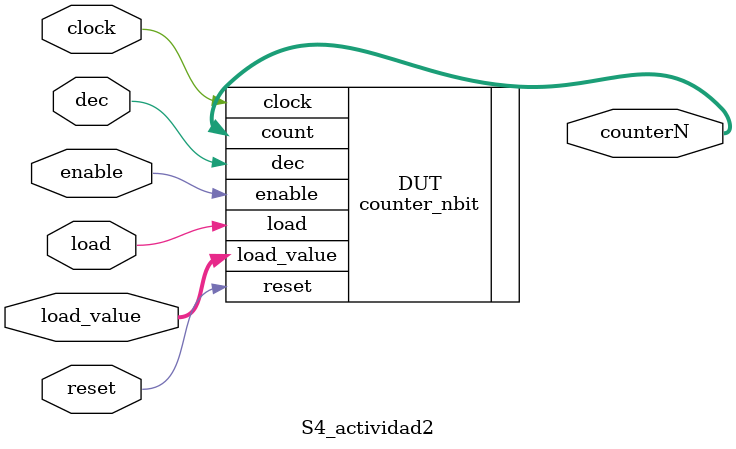
<source format=sv>
`timescale 1ns / 1ps

module S4_actividad2 #(parameter N = 4)(
    input logic clock, reset, load, dec, enable,
	input logic [N-1:0] load_value,
	output logic [N-1:0] counterN
    );
    
    counter_nbit #(.N(N)) DUT(
        .clock(clock),
        .reset(reset),
        .load(load),
        .enable(enable),
        .dec(dec),
        .load_value(load_value),
        .count(counterN)
    );
    
endmodule
</source>
